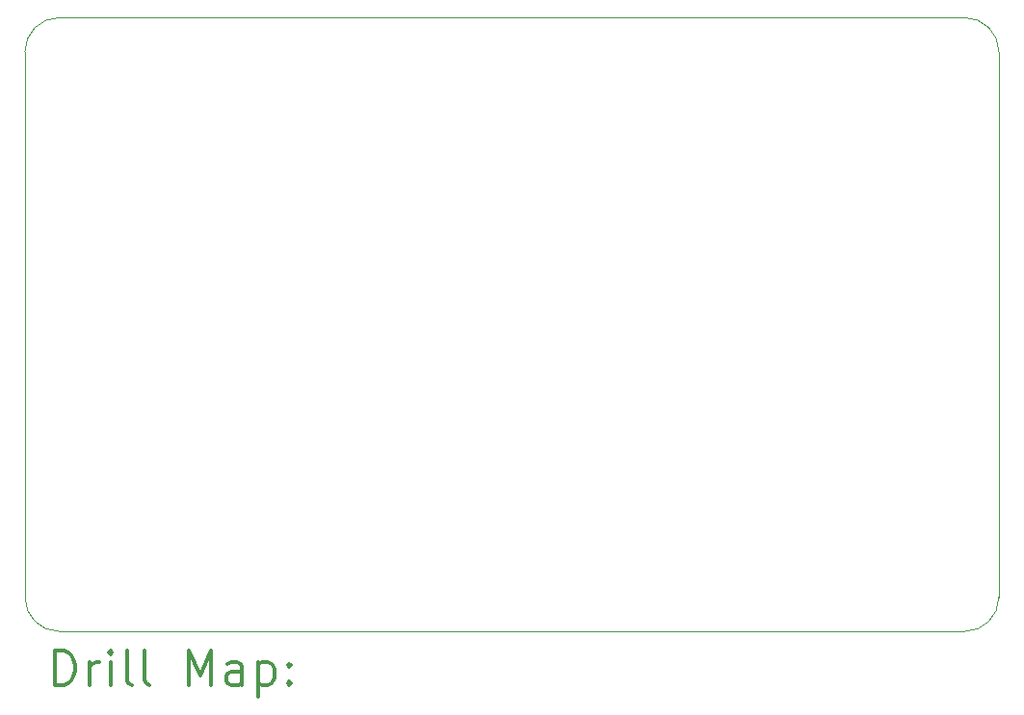
<source format=gbr>
%FSLAX45Y45*%
G04 Gerber Fmt 4.5, Leading zero omitted, Abs format (unit mm)*
G04 Created by KiCad (PCBNEW (2016-01-28 BZR 6518)-product) date 2016 January 28, Thursday 21:15:48*
%MOMM*%
G01*
G04 APERTURE LIST*
%ADD10C,0.127000*%
%ADD11C,0.100000*%
%ADD12C,0.200000*%
%ADD13C,0.300000*%
G04 APERTURE END LIST*
D10*
D11*
X18770000Y-12410000D02*
X10810000Y-12410000D01*
X19070000Y-7310000D02*
X19070000Y-12110000D01*
X10810000Y-7010000D02*
X18770000Y-7010000D01*
X10510000Y-12110000D02*
X10510000Y-7310000D01*
X10510000Y-12110000D02*
G75*
G03X10810000Y-12410000I300000J0D01*
G01*
X18770000Y-12410000D02*
G75*
G03X19070000Y-12110000I0J300000D01*
G01*
X19070000Y-7310000D02*
G75*
G03X18770000Y-7010000I-300000J0D01*
G01*
X10810000Y-7010000D02*
G75*
G03X10510000Y-7310000I0J-300000D01*
G01*
D12*
D13*
X10776429Y-12880714D02*
X10776429Y-12580714D01*
X10847857Y-12580714D01*
X10890714Y-12595000D01*
X10919286Y-12623571D01*
X10933571Y-12652143D01*
X10947857Y-12709286D01*
X10947857Y-12752143D01*
X10933571Y-12809286D01*
X10919286Y-12837857D01*
X10890714Y-12866429D01*
X10847857Y-12880714D01*
X10776429Y-12880714D01*
X11076429Y-12880714D02*
X11076429Y-12680714D01*
X11076429Y-12737857D02*
X11090714Y-12709286D01*
X11105000Y-12695000D01*
X11133571Y-12680714D01*
X11162143Y-12680714D01*
X11262143Y-12880714D02*
X11262143Y-12680714D01*
X11262143Y-12580714D02*
X11247857Y-12595000D01*
X11262143Y-12609286D01*
X11276428Y-12595000D01*
X11262143Y-12580714D01*
X11262143Y-12609286D01*
X11447857Y-12880714D02*
X11419286Y-12866429D01*
X11405000Y-12837857D01*
X11405000Y-12580714D01*
X11605000Y-12880714D02*
X11576428Y-12866429D01*
X11562143Y-12837857D01*
X11562143Y-12580714D01*
X11947857Y-12880714D02*
X11947857Y-12580714D01*
X12047857Y-12795000D01*
X12147857Y-12580714D01*
X12147857Y-12880714D01*
X12419286Y-12880714D02*
X12419286Y-12723571D01*
X12405000Y-12695000D01*
X12376428Y-12680714D01*
X12319286Y-12680714D01*
X12290714Y-12695000D01*
X12419286Y-12866429D02*
X12390714Y-12880714D01*
X12319286Y-12880714D01*
X12290714Y-12866429D01*
X12276428Y-12837857D01*
X12276428Y-12809286D01*
X12290714Y-12780714D01*
X12319286Y-12766429D01*
X12390714Y-12766429D01*
X12419286Y-12752143D01*
X12562143Y-12680714D02*
X12562143Y-12980714D01*
X12562143Y-12695000D02*
X12590714Y-12680714D01*
X12647857Y-12680714D01*
X12676428Y-12695000D01*
X12690714Y-12709286D01*
X12705000Y-12737857D01*
X12705000Y-12823571D01*
X12690714Y-12852143D01*
X12676428Y-12866429D01*
X12647857Y-12880714D01*
X12590714Y-12880714D01*
X12562143Y-12866429D01*
X12833571Y-12852143D02*
X12847857Y-12866429D01*
X12833571Y-12880714D01*
X12819286Y-12866429D01*
X12833571Y-12852143D01*
X12833571Y-12880714D01*
X12833571Y-12695000D02*
X12847857Y-12709286D01*
X12833571Y-12723571D01*
X12819286Y-12709286D01*
X12833571Y-12695000D01*
X12833571Y-12723571D01*
M02*

</source>
